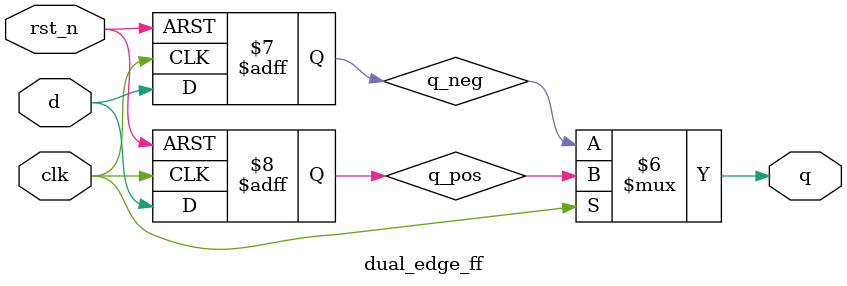
<source format=v>
module dual_edge_ff (
 input wire clk,
 input wire rst_n,
 input wire d,
 output reg q
);

 reg q_pos, q_neg;

 always @(posedge clk or negedge rst_n)
 if (!rst_n)
 q_pos <= 1'b0;
 else
 q_pos <= d;

 always @(negedge clk or negedge rst_n)
 if (!rst_n)
 q_neg <= 1'b0;
 else
 q_neg <= d;

 // Output combines both paths (could use mux or toggle logic if needed)
 always @(*) begin
 q = clk ? q_pos : q_neg;
 end

endmodule
</source>
